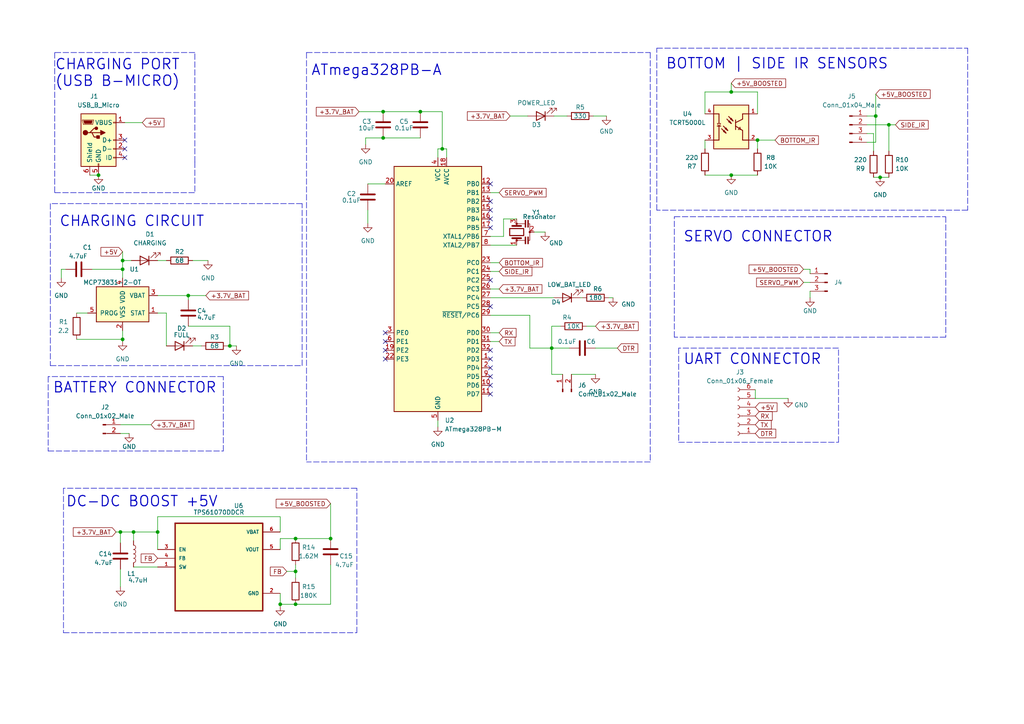
<source format=kicad_sch>
(kicad_sch (version 20211123) (generator eeschema)
  (paper "A4")
  (title_block (title "SMART TAP") (date "2022-02-18") (rev "1") (company "MO") (comment 1 "ATMEGA328PB-MU CONTROLLER"))
  (lib_symbols
    (symbol "Battery_Management:MCP73831-2-OT" (pin_names (offset 1.016))
      (property "Reference" "U" (at -7.62 6.35 0))
      (property "Value" "MCP73831-2-OT" (at 1.27 6.35 0))
      (symbol "MCP73831-2-OT_0_1"
        (rectangle (start -7.62 5.08) (end 7.62 -5.08) (stroke (width 0.254)) (fill (type background)))
      )
      (symbol "MCP73831-2-OT_1_1"
        (pin output line (at 10.16 -2.54 180) (length 2.54) (name "STAT") (number "1"))
        (pin power_in line (at 0 -7.62 90) (length 2.54) (name "VSS") (number "2"))
        (pin power_out line (at 10.16 2.54 180) (length 2.54) (name "VBAT") (number "3"))
        (pin power_in line (at 0 7.62 270) (length 2.54) (name "VDD") (number "4"))
        (pin input line (at -10.16 -2.54 0) (length 2.54) (name "PROG") (number "5"))
      )
    )
    (symbol "Connector:Conn_01x02_Male" (pin_names (offset 1.016) hide)
      (property "Reference" "J" (at 0 2.54 0))
      (property "Value" "Conn_01x02_Male" (at 0 -5.08 0))
      (symbol "Conn_01x02_Male_1_1"
        (polyline (pts (xy 1.27 -2.54) (xy 0.8636 -2.54)) (stroke (width 0.1524)))
        (polyline (pts (xy 1.27 0) (xy 0.8636 0)) (stroke (width 0.1524)))
        (rectangle (start 0.8636 -2.413) (end 0 -2.667) (stroke (width 0.1524)) (fill (type outline)))
        (rectangle (start 0.8636 0.127) (end 0 -0.127) (stroke (width 0.1524)) (fill (type outline)))
        (pin passive line (at 5.08 0 180) (length 3.81) (name "Pin_1") (number "1"))
        (pin passive line (at 5.08 -2.54 180) (length 3.81) (name "Pin_2") (number "2"))
      )
    )
    (symbol "Connector:Conn_01x03_Male" (pin_names (offset 1.016) hide)
      (property "Reference" "J" (at 0 5.08 0))
      (property "Value" "Conn_01x03_Male" (at 0 -5.08 0))
      (symbol "Conn_01x03_Male_1_1"
        (polyline (pts (xy 1.27 -2.54) (xy 0.8636 -2.54)) (stroke (width 0.1524)))
        (polyline (pts (xy 1.27 0) (xy 0.8636 0)) (stroke (width 0.1524)))
        (polyline (pts (xy 1.27 2.54) (xy 0.8636 2.54)) (stroke (width 0.1524)))
        (rectangle (start 0.8636 -2.413) (end 0 -2.667) (stroke (width 0.1524)) (fill (type outline)))
        (rectangle (start 0.8636 0.127) (end 0 -0.127) (stroke (width 0.1524)) (fill (type outline)))
        (rectangle (start 0.8636 2.667) (end 0 2.413) (stroke (width 0.1524)) (fill (type outline)))
        (pin passive line (at 5.08 2.54 180) (length 3.81) (name "Pin_1") (number "1"))
        (pin passive line (at 5.08 0 180) (length 3.81) (name "Pin_2") (number "2"))
        (pin passive line (at 5.08 -2.54 180) (length 3.81) (name "Pin_3") (number "3"))
      )
    )
    (symbol "Connector:Conn_01x04_Male" (pin_names (offset 1.016) hide)
      (property "Reference" "J" (at 0 5.08 0))
      (property "Value" "Conn_01x04_Male" (at 0 -7.62 0))
      (symbol "Conn_01x04_Male_1_1"
        (polyline (pts (xy 1.27 -5.08) (xy 0.8636 -5.08)) (stroke (width 0.1524)))
        (polyline (pts (xy 1.27 -2.54) (xy 0.8636 -2.54)) (stroke (width 0.1524)))
        (polyline (pts (xy 1.27 0) (xy 0.8636 0)) (stroke (width 0.1524)))
        (polyline (pts (xy 1.27 2.54) (xy 0.8636 2.54)) (stroke (width 0.1524)))
        (rectangle (start 0.8636 -4.953) (end 0 -5.207) (stroke (width 0.1524)) (fill (type outline)))
        (rectangle (start 0.8636 -2.413) (end 0 -2.667) (stroke (width 0.1524)) (fill (type outline)))
        (rectangle (start 0.8636 0.127) (end 0 -0.127) (stroke (width 0.1524)) (fill (type outline)))
        (rectangle (start 0.8636 2.667) (end 0 2.413) (stroke (width 0.1524)) (fill (type outline)))
        (pin passive line (at 5.08 2.54 180) (length 3.81) (name "Pin_1") (number "1"))
        (pin passive line (at 5.08 0 180) (length 3.81) (name "Pin_2") (number "2"))
        (pin passive line (at 5.08 -2.54 180) (length 3.81) (name "Pin_3") (number "3"))
        (pin passive line (at 5.08 -5.08 180) (length 3.81) (name "Pin_4") (number "4"))
      )
    )
    (symbol "Connector:Conn_01x06_Female" (pin_names (offset 1.016) hide)
      (property "Reference" "J" (at 0 7.62 0))
      (property "Value" "Conn_01x06_Female" (at 0 -10.16 0))
      (symbol "Conn_01x06_Female_1_1"
        (arc (start 0 -7.112) (mid -0.508 -7.62) (end 0 -8.128) (stroke (width 0.1524)))
        (arc (start 0 -4.572) (mid -0.508 -5.08) (end 0 -5.588) (stroke (width 0.1524)))
        (arc (start 0 -2.032) (mid -0.508 -2.54) (end 0 -3.048) (stroke (width 0.1524)))
        (polyline (pts (xy -1.27 -7.62) (xy -0.508 -7.62)) (stroke (width 0.1524)))
        (polyline (pts (xy -1.27 -5.08) (xy -0.508 -5.08)) (stroke (width 0.1524)))
        (polyline (pts (xy -1.27 -2.54) (xy -0.508 -2.54)) (stroke (width 0.1524)))
        (polyline (pts (xy -1.27 0) (xy -0.508 0)) (stroke (width 0.1524)))
        (polyline (pts (xy -1.27 2.54) (xy -0.508 2.54)) (stroke (width 0.1524)))
        (polyline (pts (xy -1.27 5.08) (xy -0.508 5.08)) (stroke (width 0.1524)))
        (arc (start 0 0.508) (mid -0.508 0) (end 0 -0.508) (stroke (width 0.1524)))
        (arc (start 0 3.048) (mid -0.508 2.54) (end 0 2.032) (stroke (width 0.1524)))
        (arc (start 0 5.588) (mid -0.508 5.08) (end 0 4.572) (stroke (width 0.1524)))
        (pin passive line (at -5.08 5.08 0) (length 3.81) (name "Pin_1") (number "1"))
        (pin passive line (at -5.08 2.54 0) (length 3.81) (name "Pin_2") (number "2"))
        (pin passive line (at -5.08 0 0) (length 3.81) (name "Pin_3") (number "3"))
        (pin passive line (at -5.08 -2.54 0) (length 3.81) (name "Pin_4") (number "4"))
        (pin passive line (at -5.08 -5.08 0) (length 3.81) (name "Pin_5") (number "5"))
        (pin passive line (at -5.08 -7.62 0) (length 3.81) (name "Pin_6") (number "6"))
      )
    )
    (symbol "Connector:USB_B_Micro" (pin_names (offset 1.016))
      (property "Reference" "J" (at -5.08 11.43 0))
      (property "Value" "USB_B_Micro" (at -5.08 8.89 0))
      (symbol "USB_B_Micro_0_1"
        (rectangle (start -5.08 -7.62) (end 5.08 7.62) (stroke (width 0.254)) (fill (type background)))
        (circle (center -3.81 2.159) (radius 0.635) (stroke (width 0.254)) (fill (type outline)))
        (circle (center -0.635 3.429) (radius 0.381) (stroke (width 0.254)) (fill (type outline)))
        (rectangle (start -0.127 -7.62) (end 0.127 -6.858))
        (polyline (pts (xy -1.905 2.159) (xy 0.635 2.159)) (stroke (width 0.254)))
        (polyline (pts (xy -3.175 2.159) (xy -2.54 2.159) (xy -1.27 3.429) (xy -0.635 3.429)) (stroke (width 0.254)))
        (polyline (pts (xy -2.54 2.159) (xy -1.905 2.159) (xy -1.27 0.889) (xy 0 0.889)) (stroke (width 0.254)))
        (polyline (pts (xy 0.635 2.794) (xy 0.635 1.524) (xy 1.905 2.159) (xy 0.635 2.794)) (stroke (width 0.254)) (fill (type outline)))
        (polyline (pts (xy -4.318 5.588) (xy -1.778 5.588) (xy -2.032 4.826) (xy -4.064 4.826) (xy -4.318 5.588)) (fill (type outline)))
        (polyline (pts (xy -4.699 5.842) (xy -4.699 5.588) (xy -4.445 4.826) (xy -4.445 4.572) (xy -1.651 4.572) (xy -1.651 4.826) (xy -1.397 5.588) (xy -1.397 5.842) (xy -4.699 5.842)))
        (rectangle (start 0.254 1.27) (end -0.508 0.508) (stroke (width 0.254)) (fill (type outline)))
        (rectangle (start 5.08 -5.207) (end 4.318 -4.953))
        (rectangle (start 5.08 -2.667) (end 4.318 -2.413))
        (rectangle (start 5.08 -0.127) (end 4.318 0.127))
        (rectangle (start 5.08 4.953) (end 4.318 5.207))
      )
      (symbol "USB_B_Micro_1_1"
        (pin power_out line (at 7.62 5.08 180) (length 2.54) (name "VBUS") (number "1"))
        (pin bidirectional line (at 7.62 -2.54 180) (length 2.54) (name "D-") (number "2"))
        (pin bidirectional line (at 7.62 0 180) (length 2.54) (name "D+") (number "3"))
        (pin passive line (at 7.62 -5.08 180) (length 2.54) (name "ID") (number "4"))
        (pin power_out line (at 0 -10.16 90) (length 2.54) (name "GND") (number "5"))
        (pin passive line (at -2.54 -10.16 90) (length 2.54) (name "Shield") (number "6"))
      )
    )
    (symbol "Device:C" (pin_numbers hide) (pin_names (offset 0.254))
      (property "Reference" "C" (at 0.635 2.54 0))
      (property "Value" "C" (at 0.635 -2.54 0))
      (symbol "C_0_1"
        (polyline (pts (xy -2.032 -0.762) (xy 2.032 -0.762)) (stroke (width 0.508)))
        (polyline (pts (xy -2.032 0.762) (xy 2.032 0.762)) (stroke (width 0.508)))
      )
      (symbol "C_1_1"
        (pin passive line (at 0 3.81 270) (length 2.794) (name "~") (number "1"))
        (pin passive line (at 0 -3.81 90) (length 2.794) (name "~") (number "2"))
      )
    )
    (symbol "Device:L" (pin_numbers hide) (pin_names (offset 1.016) hide)
      (property "Reference" "L" (at -1.27 0 90))
      (property "Value" "L" (at 1.905 0 90))
      (symbol "L_0_1"
        (arc (start 0 -2.54) (mid 0.635 -1.905) (end 0 -1.27))
        (arc (start 0 -1.27) (mid 0.635 -0.635) (end 0 0))
        (arc (start 0 0) (mid 0.635 0.635) (end 0 1.27))
        (arc (start 0 1.27) (mid 0.635 1.905) (end 0 2.54))
      )
      (symbol "L_1_1"
        (pin passive line (at 0 3.81 270) (length 1.27) (name "1") (number "1"))
        (pin passive line (at 0 -3.81 90) (length 1.27) (name "2") (number "2"))
      )
    )
    (symbol "Device:LED" (pin_numbers hide) (pin_names (offset 1.016) hide)
      (property "Reference" "D" (at 0 2.54 0))
      (property "Value" "LED" (at 0 -2.54 0))
      (symbol "LED_0_1"
        (polyline (pts (xy -1.27 -1.27) (xy -1.27 1.27)) (stroke (width 0.254)))
        (polyline (pts (xy -1.27 0) (xy 1.27 0)))
        (polyline (pts (xy 1.27 -1.27) (xy 1.27 1.27) (xy -1.27 0) (xy 1.27 -1.27)) (stroke (width 0.254)))
        (polyline (pts (xy -3.048 -0.762) (xy -4.572 -2.286) (xy -3.81 -2.286) (xy -4.572 -2.286) (xy -4.572 -1.524)))
        (polyline (pts (xy -1.778 -0.762) (xy -3.302 -2.286) (xy -2.54 -2.286) (xy -3.302 -2.286) (xy -3.302 -1.524)))
      )
      (symbol "LED_1_1"
        (pin passive line (at -3.81 0 0) (length 2.54) (name "K") (number "1"))
        (pin passive line (at 3.81 0 180) (length 2.54) (name "A") (number "2"))
      )
    )
    (symbol "Device:R" (pin_numbers hide) (pin_names (offset 0))
      (property "Reference" "R" (at 2.032 0 90))
      (property "Value" "R" (at 0 0 90))
      (symbol "R_0_1"
        (rectangle (start -1.016 -2.54) (end 1.016 2.54) (stroke (width 0.254)))
      )
      (symbol "R_1_1"
        (pin passive line (at 0 3.81 270) (length 1.27) (name "~") (number "1"))
        (pin passive line (at 0 -3.81 90) (length 1.27) (name "~") (number "2"))
      )
    )
    (symbol "Device:Resonator" (pin_names (offset 1.016) hide)
      (property "Reference" "Y" (at 0 5.715 0))
      (property "Value" "Resonator" (at 0 3.81 0))
      (symbol "Resonator_0_1"
        (rectangle (start -3.429 -3.175) (end -1.397 -3.429) (fill (type outline)))
        (rectangle (start -3.429 -2.413) (end -1.397 -2.667) (fill (type outline)))
        (circle (center -2.413 0) (radius 0.254) (fill (type outline)))
        (rectangle (start -1.016 2.032) (end 1.016 -2.032) (stroke (width 0.3048)))
        (circle (center 0 -3.81) (radius 0.254) (fill (type outline)))
        (polyline (pts (xy -2.413 -2.413) (xy -2.413 0)))
        (polyline (pts (xy -1.905 0) (xy -3.175 0)))
        (polyline (pts (xy -1.778 -1.27) (xy -1.778 1.27)) (stroke (width 0.508)))
        (polyline (pts (xy 1.778 -1.27) (xy 1.778 1.27)) (stroke (width 0.508)))
        (polyline (pts (xy 1.905 0) (xy 2.54 0)))
        (polyline (pts (xy 2.413 0) (xy 2.413 -2.54)))
        (polyline (pts (xy 2.413 -3.302) (xy 2.413 -3.81) (xy -2.413 -3.81) (xy -2.413 -3.302)))
        (rectangle (start 1.397 -3.175) (end 3.429 -3.429) (fill (type outline)))
        (rectangle (start 1.397 -2.413) (end 3.429 -2.667) (fill (type outline)))
        (circle (center 2.413 0) (radius 0.254) (fill (type outline)))
      )
      (symbol "Resonator_1_1"
        (pin passive line (at -3.81 0 0) (length 1.27) (name "1") (number "1"))
        (pin passive line (at 0 -5.08 90) (length 1.27) (name "2") (number "2"))
        (pin passive line (at 3.81 0 180) (length 1.27) (name "3") (number "3"))
      )
    )
    (symbol "MCU_Microchip_ATmega:ATmega328PB-M"
      (property "Reference" "U" (at -12.7 36.83 0))
      (property "Value" "ATmega328PB-M" (at 2.54 -36.83 0))
      (symbol "ATmega328PB-M_0_1"
        (rectangle (start -12.7 -35.56) (end 12.7 35.56) (stroke (width 0.254)) (fill (type background)))
      )
      (symbol "ATmega328PB-M_1_1"
        (pin bidirectional line (at 15.24 -20.32 180) (length 2.54) (name "PD3") (number "1"))
        (pin bidirectional line (at 15.24 -27.94 180) (length 2.54) (name "PD6") (number "10"))
        (pin bidirectional line (at 15.24 -30.48 180) (length 2.54) (name "PD7") (number "11"))
        (pin bidirectional line (at 15.24 30.48 180) (length 2.54) (name "PB0") (number "12"))
        (pin bidirectional line (at 15.24 27.94 180) (length 2.54) (name "PB1") (number "13"))
        (pin bidirectional line (at 15.24 25.4 180) (length 2.54) (name "PB2") (number "14"))
        (pin bidirectional line (at 15.24 22.86 180) (length 2.54) (name "PB3") (number "15"))
        (pin bidirectional line (at 15.24 20.32 180) (length 2.54) (name "PB4") (number "16"))
        (pin bidirectional line (at 15.24 17.78 180) (length 2.54) (name "PB5") (number "17"))
        (pin power_in line (at 2.54 38.1 270) (length 2.54) (name "AVCC") (number "18"))
        (pin bidirectional line (at -15.24 -17.78 0) (length 2.54) (name "PE2") (number "19"))
        (pin bidirectional line (at 15.24 -22.86 180) (length 2.54) (name "PD4") (number "2"))
        (pin passive line (at -15.24 30.48 0) (length 2.54) (name "AREF") (number "20"))
        (pin passive line (at 0 -38.1 90) (length 2.54) hide (name "GND") (number "21"))
        (pin bidirectional line (at -15.24 -20.32 0) (length 2.54) (name "PE3") (number "22"))
        (pin bidirectional line (at 15.24 7.62 180) (length 2.54) (name "PC0") (number "23"))
        (pin bidirectional line (at 15.24 5.08 180) (length 2.54) (name "PC1") (number "24"))
        (pin bidirectional line (at 15.24 2.54 180) (length 2.54) (name "PC2") (number "25"))
        (pin bidirectional line (at 15.24 0 180) (length 2.54) (name "PC3") (number "26"))
        (pin bidirectional line (at 15.24 -2.54 180) (length 2.54) (name "PC4") (number "27"))
        (pin bidirectional line (at 15.24 -5.08 180) (length 2.54) (name "PC5") (number "28"))
        (pin bidirectional line (at 15.24 -7.62 180) (length 2.54) (name "~{RESET}/PC6") (number "29"))
        (pin bidirectional line (at -15.24 -12.7 0) (length 2.54) (name "PE0") (number "3"))
        (pin bidirectional line (at 15.24 -12.7 180) (length 2.54) (name "PD0") (number "30"))
        (pin bidirectional line (at 15.24 -15.24 180) (length 2.54) (name "PD1") (number "31"))
        (pin bidirectional line (at 15.24 -17.78 180) (length 2.54) (name "PD2") (number "32"))
        (pin passive line (at 0 -38.1 90) (length 2.54) hide (name "GND") (number "33"))
        (pin power_in line (at 0 38.1 270) (length 2.54) (name "VCC") (number "4"))
        (pin power_in line (at 0 -38.1 90) (length 2.54) (name "GND") (number "5"))
        (pin bidirectional line (at -15.24 -15.24 0) (length 2.54) (name "PE1") (number "6"))
        (pin bidirectional line (at 15.24 15.24 180) (length 2.54) (name "XTAL1/PB6") (number "7"))
        (pin bidirectional line (at 15.24 12.7 180) (length 2.54) (name "XTAL2/PB7") (number "8"))
        (pin bidirectional line (at 15.24 -25.4 180) (length 2.54) (name "PD5") (number "9"))
      )
    )
    (symbol "TCRT5000L:TCRT5000L" (pin_names (offset 1.016) hide)
      (property "Reference" "U" (at -5.1054 5.6134 0))
      (property "Value" "TCRT5000L" (at -5.1054 -10.1854 0))
      (symbol "TCRT5000L_0_0"
        (rectangle (start -5.08 -7.62) (end 5.08 5.08) (stroke (width 0.254)) (fill (type background)))
        (polyline (pts (xy -4.064 -1.016) (xy -3.556 -1.016)) (stroke (width 0.254)))
        (polyline (pts (xy -3.556 -5.08) (xy -5.08 -5.08)) (stroke (width 0.254)))
        (polyline (pts (xy -3.556 -1.016) (xy -3.556 -5.08)) (stroke (width 0.254)))
        (polyline (pts (xy -3.556 -1.016) (xy -3.048 -1.016)) (stroke (width 0.254)))
        (polyline (pts (xy -3.556 2.54) (xy -5.08 2.54)) (stroke (width 0.254)))
        (polyline (pts (xy -3.556 2.54) (xy -3.556 -0.254)) (stroke (width 0.254)))
        (polyline (pts (xy -2.794 -1.778) (xy -1.524 -3.048)) (stroke (width 0.254)))
        (polyline (pts (xy -2.286 -1.016) (xy -1.016 -2.286)) (stroke (width 0.254)))
        (polyline (pts (xy -1.524 -3.048) (xy -2.286 -2.54)) (stroke (width 0.254)))
        (polyline (pts (xy -1.524 -3.048) (xy -2.032 -2.286)) (stroke (width 0.254)))
        (polyline (pts (xy -1.27 1.016) (xy 0 -0.254)) (stroke (width 0.254)))
        (polyline (pts (xy -1.016 -2.286) (xy -1.778 -1.778)) (stroke (width 0.254)))
        (polyline (pts (xy -1.016 -2.286) (xy -1.524 -1.524)) (stroke (width 0.254)))
        (polyline (pts (xy -0.762 1.778) (xy 0.508 0.508)) (stroke (width 0.254)))
        (polyline (pts (xy 0 -0.254) (xy -0.762 0.254)) (stroke (width 0.254)))
        (polyline (pts (xy 0 -0.254) (xy -0.508 0.508)) (stroke (width 0.254)))
        (polyline (pts (xy 0.508 0.508) (xy -0.254 1.016)) (stroke (width 0.254)))
        (polyline (pts (xy 0.508 0.508) (xy 0 1.27)) (stroke (width 0.254)))
        (polyline (pts (xy 1.27 -1.016) (xy 1.27 -2.032)) (stroke (width 0.254)))
        (polyline (pts (xy 1.27 -1.016) (xy 3.302 -2.286)) (stroke (width 0.254)))
        (polyline (pts (xy 1.27 0) (xy 1.27 -1.016)) (stroke (width 0.254)))
        (polyline (pts (xy 1.27 0) (xy 1.27 0.762)) (stroke (width 0.254)))
        (polyline (pts (xy 3.302 -5.08) (xy 5.08 -5.08)) (stroke (width 0.254)))
        (polyline (pts (xy 3.302 -2.286) (xy 3.302 -5.08)) (stroke (width 0.254)))
        (polyline (pts (xy 3.302 1.016) (xy 1.27 0)) (stroke (width 0.254)))
        (polyline (pts (xy 3.302 2.54) (xy 3.302 1.016)) (stroke (width 0.254)))
        (polyline (pts (xy 3.302 2.54) (xy 5.08 2.54)) (stroke (width 0.254)))
        (polyline (pts (xy -3.556 -1.016) (xy -4.064 -0.254) (xy -3.048 -0.254) (xy -3.556 -1.016)) (stroke (width 0.1524)) (fill (type background)))
        (polyline (pts (xy 2.032 -2.032) (xy 2.54 -1.27) (xy 2.794 -2.032) (xy 2.032 -2.032)) (stroke (width 0.1524)) (fill (type background)))
        (pin passive line (at 7.62 2.54 180) (length 2.54) (name "~") (number "1"))
        (pin passive line (at 7.62 -5.08 180) (length 2.54) (name "~") (number "2"))
        (pin passive line (at -7.62 -5.08 0) (length 2.54) (name "~") (number "3"))
        (pin passive line (at -7.62 2.54 0) (length 2.54) (name "~") (number "4"))
      )
    )
    (symbol "TPS61070DDCR:TPS61070DDCR" (pin_names (offset 1.016))
      (property "Reference" "U" (at -12.7 13.6906 0))
      (property "Value" "TPS61070DDCR" (at -12.7 -16.6878 0))
      (symbol "TPS61070DDCR_0_0"
        (rectangle (start -12.7 -12.7) (end 12.7 12.7) (stroke (width 0.4064)) (fill (type background)))
        (pin input line (at -17.78 0 0) (length 5.08) (name "SW") (number "1"))
        (pin power_in line (at 17.78 -7.62 180) (length 5.08) (name "GND") (number "2"))
        (pin input line (at -17.78 5.08 0) (length 5.08) (name "EN") (number "3"))
        (pin input line (at -17.78 2.54 0) (length 5.08) (name "FB") (number "4"))
        (pin output line (at 17.78 5.08 180) (length 5.08) (name "VOUT") (number "5"))
        (pin power_in line (at 17.78 10.16 180) (length 5.08) (name "VBAT") (number "6"))
      )
    )
    (symbol "power:GND" (power) (pin_names (offset 0))
      (property "Value" "GND" (at 0 -3.81 0))
      (symbol "GND_0_1"
        (polyline (pts (xy 0 0) (xy 0 -1.27) (xy 1.27 -1.27) (xy 0 -2.54) (xy -1.27 -1.27) (xy 0 -1.27)))
      )
      (symbol "GND_1_1"
        (pin power_in line (at 0 0 270) (length 0) hide (name "GND") (number "1"))
      )
    )
  )
  (junction (at 121.92 32.385))
  (junction (at 38.735 154.305))
  (junction (at 254 33.655))
  (junction (at 212.09 26.67))
  (junction (at 128.27 43.18))
  (junction (at 28.575 50.8))
  (junction (at 111.125 40.005))
  (junction (at 212.09 50.8))
  (junction (at 54.61 85.725))
  (junction (at 257.81 36.195))
  (junction (at 35.56 78.105))
  (junction (at 85.725 156.21))
  (junction (at 85.725 165.735))
  (junction (at 35.56 98.425))
  (junction (at 160.02 100.965))
  (junction (at 85.725 175.26))
  (junction (at 111.125 32.385))
  (junction (at 34.925 154.305))
  (junction (at 81.28 175.26))
  (junction (at 255.27 51.435))
  (junction (at 95.885 156.21))
  (junction (at 219.71 40.64))
  (junction (at 66.675 100.33))
  (junction (at 45.72 154.305))
  (junction (at 35.56 75.565))
  (no_connect (at 142.24 109.22))
  (no_connect (at 142.24 63.5))
  (no_connect (at 142.24 60.96))
  (no_connect (at 142.24 58.42))
  (no_connect (at 142.24 53.34))
  (no_connect (at 142.24 114.3))
  (no_connect (at 142.24 81.28))
  (no_connect (at 142.24 88.9))
  (no_connect (at 111.76 104.14))
  (no_connect (at 142.24 101.6))
  (no_connect (at 142.24 104.14))
  (no_connect (at 142.24 106.68))
  (no_connect (at 142.24 111.76))
  (no_connect (at 111.76 101.6))
  (no_connect (at 111.76 99.06))
  (no_connect (at 111.76 96.52))
  (no_connect (at 36.195 45.72))
  (no_connect (at 36.195 43.18))
  (no_connect (at 36.195 40.64))
  (no_connect (at 142.24 66.04))
  (polyline (pts (xy 15.875 55.88) (xy 56.515 55.88)))
  (polyline (pts (xy 88.9 15.24) (xy 188.595 15.24)))
  (wire (pts (xy 48.26 90.805) (xy 48.26 100.33)))
  (wire (pts (xy 170.18 94.615) (xy 172.72 94.615)))
  (wire (pts (xy 34.925 125.73) (xy 37.465 125.73)))
  (wire (pts (xy 81.28 172.085) (xy 81.28 175.26)))
  (wire (pts (xy 153.67 100.965) (xy 160.02 100.965)))
  (polyline (pts (xy 15.875 15.24) (xy 15.875 55.88)))
  (polyline (pts (xy 190.5 13.97) (xy 280.67 13.97)))
  (wire (pts (xy 160.02 100.965) (xy 160.02 108.585)))
  (polyline (pts (xy 64.77 130.81) (xy 64.77 109.22)))
  (wire (pts (xy 160.02 94.615) (xy 160.02 100.965)))
  (polyline (pts (xy 103.505 183.515) (xy 103.505 141.605)))
  (wire (pts (xy 45.72 154.305) (xy 45.72 149.86)))
  (wire (pts (xy 35.56 73.025) (xy 35.56 75.565)))
  (wire (pts (xy 254 33.655) (xy 251.46 33.655)))
  (polyline (pts (xy 64.77 109.22) (xy 13.97 109.22)))
  (polyline (pts (xy 196.85 128.27) (xy 243.205 128.27)))
  (wire (pts (xy 22.225 90.805) (xy 25.4 90.805)))
  (wire (pts (xy 35.56 75.565) (xy 38.1 75.565)))
  (wire (pts (xy 17.78 78.105) (xy 19.05 78.105)))
  (wire (pts (xy 104.14 32.385) (xy 111.125 32.385)))
  (wire (pts (xy 142.24 78.74) (xy 144.78 78.74)))
  (wire (pts (xy 121.92 32.385) (xy 128.27 32.385)))
  (wire (pts (xy 142.24 68.58) (xy 146.05 68.58)))
  (polyline (pts (xy 56.515 15.24) (xy 15.875 15.24)))
  (wire (pts (xy 36.195 35.56) (xy 41.275 35.56)))
  (wire (pts (xy 257.81 36.195) (xy 257.81 43.815)))
  (wire (pts (xy 219.075 113.03) (xy 219.075 115.57)))
  (wire (pts (xy 165.735 108.585) (xy 172.72 108.585)))
  (wire (pts (xy 168.275 86.36) (xy 168.91 86.36)))
  (wire (pts (xy 111.125 40.005) (xy 121.92 40.005)))
  (wire (pts (xy 111.125 32.385) (xy 121.92 32.385)))
  (polyline (pts (xy 280.67 13.97) (xy 280.67 60.96)))
  (wire (pts (xy 35.56 75.565) (xy 35.56 78.105)))
  (wire (pts (xy 17.78 80.645) (xy 17.78 78.105)))
  (wire (pts (xy 55.88 75.565) (xy 60.325 75.565)))
  (wire (pts (xy 38.735 154.305) (xy 45.72 154.305)))
  (wire (pts (xy 81.28 149.86) (xy 81.28 154.305)))
  (wire (pts (xy 38.735 164.465) (xy 45.72 164.465)))
  (wire (pts (xy 234.95 84.455) (xy 234.95 86.36)))
  (polyline (pts (xy 280.67 60.96) (xy 190.5 60.96)))
  (polyline (pts (xy 87.63 106.045) (xy 87.63 59.055)))
  (wire (pts (xy 54.61 94.615) (xy 66.675 94.615)))
  (polyline (pts (xy 243.205 128.27) (xy 243.205 100.965)))
  (wire (pts (xy 162.56 94.615) (xy 160.02 94.615)))
  (wire (pts (xy 212.09 26.67) (xy 219.71 26.67)))
  (wire (pts (xy 176.53 86.36) (xy 177.8 86.36)))
  (wire (pts (xy 34.925 165.1) (xy 34.925 170.18)))
  (wire (pts (xy 172.085 33.655) (xy 175.895 33.655)))
  (polyline (pts (xy 18.415 183.515) (xy 103.505 183.515)))
  (wire (pts (xy 127 43.18) (xy 127 45.72)))
  (wire (pts (xy 142.24 91.44) (xy 153.67 91.44)))
  (wire (pts (xy 45.72 149.86) (xy 81.28 149.86)))
  (polyline (pts (xy 103.505 141.605) (xy 18.415 141.605)))
  (wire (pts (xy 233.045 81.915) (xy 234.95 81.915)))
  (wire (pts (xy 54.61 85.725) (xy 59.69 85.725)))
  (wire (pts (xy 144.78 99.06) (xy 142.24 99.06)))
  (wire (pts (xy 146.05 63.5) (xy 149.86 63.5)))
  (wire (pts (xy 160.655 33.655) (xy 164.465 33.655)))
  (wire (pts (xy 144.78 96.52) (xy 142.24 96.52)))
  (wire (pts (xy 253.365 38.735) (xy 251.46 38.735)))
  (wire (pts (xy 219.71 40.64) (xy 219.71 43.18)))
  (wire (pts (xy 45.72 75.565) (xy 48.26 75.565)))
  (wire (pts (xy 34.925 123.19) (xy 43.815 123.19)))
  (wire (pts (xy 212.09 50.8) (xy 219.71 50.8)))
  (wire (pts (xy 234.95 78.105) (xy 234.95 79.375)))
  (wire (pts (xy 81.28 175.26) (xy 81.28 175.895)))
  (wire (pts (xy 142.24 76.2) (xy 144.78 76.2)))
  (wire (pts (xy 253.365 38.735) (xy 253.365 43.815)))
  (wire (pts (xy 83.185 165.735) (xy 85.725 165.735)))
  (polyline (pts (xy 13.97 109.22) (xy 13.97 130.81)))
  (polyline (pts (xy 14.605 106.045) (xy 87.63 106.045)))
  (wire (pts (xy 81.28 175.26) (xy 85.725 175.26)))
  (wire (pts (xy 95.885 146.05) (xy 95.885 156.21)))
  (wire (pts (xy 95.885 163.83) (xy 95.885 175.26)))
  (wire (pts (xy 142.24 86.36) (xy 160.655 86.36)))
  (wire (pts (xy 251.46 41.275) (xy 254 41.275)))
  (wire (pts (xy 106.045 40.005) (xy 111.125 40.005)))
  (wire (pts (xy 22.225 98.425) (xy 35.56 98.425)))
  (wire (pts (xy 106.045 41.91) (xy 106.045 40.005)))
  (wire (pts (xy 34.925 157.48) (xy 34.925 154.305)))
  (wire (pts (xy 106.68 60.96) (xy 106.68 64.77)))
  (wire (pts (xy 127 121.92) (xy 127 123.825)))
  (polyline (pts (xy 88.9 15.24) (xy 88.9 133.985)))
  (wire (pts (xy 147.955 33.655) (xy 153.035 33.655)))
  (wire (pts (xy 146.05 68.58) (xy 146.05 63.5)))
  (wire (pts (xy 26.035 50.8) (xy 28.575 50.8)))
  (wire (pts (xy 66.675 94.615) (xy 66.675 100.33)))
  (polyline (pts (xy 190.5 60.96) (xy 190.5 13.97)))
  (wire (pts (xy 204.47 26.67) (xy 212.09 26.67)))
  (wire (pts (xy 257.81 36.195) (xy 259.715 36.195)))
  (wire (pts (xy 34.925 154.305) (xy 38.735 154.305)))
  (wire (pts (xy 233.045 78.105) (xy 234.95 78.105)))
  (polyline (pts (xy 87.63 59.055) (xy 14.605 59.055)))
  (wire (pts (xy 219.71 26.67) (xy 219.71 33.02)))
  (polyline (pts (xy 195.58 62.865) (xy 274.32 62.865)))
  (wire (pts (xy 153.67 91.44) (xy 153.67 100.965)))
  (wire (pts (xy 85.725 163.83) (xy 85.725 165.735)))
  (wire (pts (xy 142.24 71.12) (xy 149.86 71.12)))
  (wire (pts (xy 160.02 100.965) (xy 165.1 100.965)))
  (wire (pts (xy 66.04 100.33) (xy 66.675 100.33)))
  (wire (pts (xy 251.46 36.195) (xy 257.81 36.195)))
  (wire (pts (xy 142.24 55.88) (xy 144.78 55.88)))
  (polyline (pts (xy 274.32 97.79) (xy 195.58 97.79)))
  (wire (pts (xy 55.88 100.33) (xy 58.42 100.33)))
  (polyline (pts (xy 56.515 46.99) (xy 56.515 15.24)))
  (wire (pts (xy 212.09 24.13) (xy 212.09 26.67)))
  (wire (pts (xy 144.78 83.82) (xy 142.24 83.82)))
  (polyline (pts (xy 18.415 141.605) (xy 18.415 183.515)))
  (polyline (pts (xy 243.205 100.965) (xy 196.85 100.965)))
  (wire (pts (xy 38.735 154.305) (xy 38.735 156.845)))
  (wire (pts (xy 219.075 115.57) (xy 228.6 115.57)))
  (polyline (pts (xy 56.515 46.99) (xy 56.515 55.88)))
  (wire (pts (xy 204.47 50.8) (xy 212.09 50.8)))
  (wire (pts (xy 172.72 100.965) (xy 179.07 100.965)))
  (wire (pts (xy 253.365 51.435) (xy 255.27 51.435)))
  (wire (pts (xy 85.725 156.21) (xy 95.885 156.21)))
  (wire (pts (xy 35.56 78.105) (xy 35.56 80.645)))
  (polyline (pts (xy 195.58 97.79) (xy 195.58 62.865)))
  (wire (pts (xy 154.94 67.31) (xy 158.115 67.31)))
  (polyline (pts (xy 196.85 100.965) (xy 196.85 128.27)))
  (wire (pts (xy 254 41.275) (xy 254 33.655)))
  (wire (pts (xy 128.27 43.18) (xy 129.54 43.18)))
  (wire (pts (xy 26.67 78.105) (xy 35.56 78.105)))
  (wire (pts (xy 45.72 159.385) (xy 45.72 154.305)))
  (wire (pts (xy 255.27 51.435) (xy 257.81 51.435)))
  (wire (pts (xy 35.56 98.425) (xy 35.56 99.06)))
  (wire (pts (xy 127 43.18) (xy 128.27 43.18)))
  (wire (pts (xy 81.28 159.385) (xy 81.28 156.21)))
  (wire (pts (xy 106.68 53.34) (xy 111.76 53.34)))
  (wire (pts (xy 95.885 175.26) (xy 85.725 175.26)))
  (wire (pts (xy 129.54 43.18) (xy 129.54 45.72)))
  (wire (pts (xy 81.28 156.21) (xy 85.725 156.21)))
  (wire (pts (xy 54.61 85.725) (xy 54.61 86.995)))
  (wire (pts (xy 204.47 33.02) (xy 204.47 26.67)))
  (wire (pts (xy 204.47 40.64) (xy 204.47 43.18)))
  (wire (pts (xy 45.72 85.725) (xy 54.61 85.725)))
  (wire (pts (xy 219.71 40.64) (xy 224.79 40.64)))
  (wire (pts (xy 254 27.305) (xy 254 33.655)))
  (wire (pts (xy 85.725 165.735) (xy 85.725 167.64)))
  (wire (pts (xy 35.56 95.885) (xy 35.56 98.425)))
  (wire (pts (xy 45.72 90.805) (xy 48.26 90.805)))
  (wire (pts (xy 128.27 32.385) (xy 128.27 43.18)))
  (wire (pts (xy 33.655 154.305) (xy 34.925 154.305)))
  (wire (pts (xy 160.02 108.585) (xy 163.195 108.585)))
  (polyline (pts (xy 14.605 59.055) (xy 14.605 106.045)))
  (wire (pts (xy 66.675 100.33) (xy 68.58 100.33)))
  (polyline (pts (xy 13.97 130.81) (xy 64.77 130.81)))
  (polyline (pts (xy 188.595 15.24) (xy 188.595 133.985)))
  (polyline (pts (xy 274.32 62.865) (xy 274.32 97.79)))
  (polyline (pts (xy 188.595 133.985) (xy 88.9 133.985)))
  (text "SERVO CONNECTOR\n" (at 198.12 70.485 0) (effects (font (size 3 3) (thickness 0.3) bold) (justify left bottom)))
  (text "CHARGING PORT\n(USB B-MICRO)" (at 15.875 25.4 0) (effects (font (size 3 3) (thickness 0.3) bold) (justify left bottom)))
  (text "BOTTOM | SIDE IR SENSORS" (at 193.04 20.32 0) (effects (font (size 3 3) (thickness 0.3) bold) (justify left bottom)))
  (text "DC-DC BOOST +5V" (at 19.05 147.32 0) (effects (font (size 3 3) (thickness 0.3) bold) (justify left bottom)))
  (text "CHARGING CIRCUIT" (at 17.145 66.04 0) (effects (font (size 3 3) (thickness 0.3) bold) (justify left bottom)))
  (text "BATTERY CONNECTOR\n" (at 15.24 114.3 0) (effects (font (size 3 3) (thickness 0.3) bold) (justify left bottom)))
  (text "ATmega328PB-A" (at 90.17 22.225 0) (effects (font (size 3 3) (thickness 0.3) bold) (justify left bottom)))
  (text "UART CONNECTOR" (at 198.12 106.045 0) (effects (font (size 3 3) (thickness 0.3) bold) (justify left bottom)))
  (global_label "RX" (shape input) (at 144.78 96.52 0) (property "Intersheet References" "${INTERSHEET_REFS}" (effects hide)))
  (global_label "SERVO_PWM" (shape input) (at 233.045 81.915 180) (property "Intersheet References" "${INTERSHEET_REFS}" (effects hide)))
  (global_label "RX" (shape input) (at 219.075 120.65 0) (property "Intersheet References" "${INTERSHEET_REFS}" (effects hide)))
  (global_label "FB" (shape input) (at 45.72 161.925 180) (property "Intersheet References" "${INTERSHEET_REFS}" (effects hide)))
  (global_label "+5V" (shape input) (at 41.275 35.56 0) (property "Intersheet References" "${INTERSHEET_REFS}" (effects hide)))
  (global_label "SIDE_IR" (shape input) (at 259.715 36.195 0) (property "Intersheet References" "${INTERSHEET_REFS}" (effects hide)))
  (global_label "+5V_BOOSTED" (shape input) (at 254 27.305 0) (property "Intersheet References" "${INTERSHEET_REFS}" (effects hide)))
  (global_label "+5V_BOOSTED" (shape input) (at 95.885 146.05 180) (property "Intersheet References" "${INTERSHEET_REFS}" (effects hide)))
  (global_label "+3.7V_BAT" (shape input) (at 147.955 33.655 180) (property "Intersheet References" "${INTERSHEET_REFS}" (effects hide)))
  (global_label "DTR" (shape input) (at 179.07 100.965 0) (property "Intersheet References" "${INTERSHEET_REFS}" (effects hide)))
  (global_label "SERVO_PWM" (shape input) (at 144.78 55.88 0) (property "Intersheet References" "${INTERSHEET_REFS}" (effects hide)))
  (global_label "DTR" (shape input) (at 219.075 125.73 0) (property "Intersheet References" "${INTERSHEET_REFS}" (effects hide)))
  (global_label "+5V_BOOSTED" (shape input) (at 233.045 78.105 180) (property "Intersheet References" "${INTERSHEET_REFS}" (effects hide)))
  (global_label "+3.7V_BAT" (shape input) (at 43.815 123.19 0) (property "Intersheet References" "${INTERSHEET_REFS}" (effects hide)))
  (global_label "TX" (shape input) (at 144.78 99.06 0) (property "Intersheet References" "${INTERSHEET_REFS}" (effects hide)))
  (global_label "+3.7V_BAT" (shape input) (at 59.69 85.725 0) (property "Intersheet References" "${INTERSHEET_REFS}" (effects hide)))
  (global_label "+3.7V_BAT" (shape input) (at 33.655 154.305 180) (property "Intersheet References" "${INTERSHEET_REFS}" (effects hide)))
  (global_label "+3.7V_BAT" (shape input) (at 144.78 83.82 0) (property "Intersheet References" "${INTERSHEET_REFS}" (effects hide)))
  (global_label "+5V_BOOSTED" (shape input) (at 212.09 24.13 0) (property "Intersheet References" "${INTERSHEET_REFS}" (effects hide)))
  (global_label "+5V" (shape input) (at 35.56 73.025 180) (property "Intersheet References" "${INTERSHEET_REFS}" (effects hide)))
  (global_label "SIDE_IR" (shape input) (at 144.78 78.74 0) (property "Intersheet References" "${INTERSHEET_REFS}" (effects hide)))
  (global_label "+3.7V_BAT" (shape input) (at 104.14 32.385 180) (property "Intersheet References" "${INTERSHEET_REFS}" (effects hide)))
  (global_label "TX" (shape input) (at 219.075 123.19 0) (property "Intersheet References" "${INTERSHEET_REFS}" (effects hide)))
  (global_label "BOTTOM_IR" (shape input) (at 144.78 76.2 0) (property "Intersheet References" "${INTERSHEET_REFS}" (effects hide)))
  (global_label "BOTTOM_IR" (shape input) (at 224.79 40.64 0) (property "Intersheet References" "${INTERSHEET_REFS}" (effects hide)))
  (global_label "FB" (shape input) (at 83.185 165.735 180) (property "Intersheet References" "${INTERSHEET_REFS}" (effects hide)))
  (global_label "+3.7V_BAT" (shape input) (at 172.72 94.615 0) (property "Intersheet References" "${INTERSHEET_REFS}" (effects hide)))
  (global_label "+5V" (shape input) (at 219.075 118.11 0) (property "Intersheet References" "${INTERSHEET_REFS}" (effects hide)))
  (symbol (lib_id "power:GND") (at 35.56 99.06 0) (unit 1)
    (property "Reference" "#PWR02" (effects hide))
    (property "Value" "GND" (at 35.56 104.14 0))
  )
  (symbol (lib_id "power:GND") (at 234.95 86.36 0) (unit 1)
    (property "Reference" "#PWR015" (effects hide))
    (property "Value" "GND" (at 234.95 90.17 0))
  )
  (symbol (lib_id "Device:R") (at 52.07 75.565 90) (unit 1)
    (property "Reference" "R2" (at 52.07 73.025 90))
    (property "Value" "68" (at 52.07 75.565 90))
    (property "Footprint" "Resistor_SMD:R_0603_1608Metric" (effects hide))
    (property "MANUFACTURER" "UNI-ROYAL(Uniroyal Elec)" (effects hide))
    (property "MPN" "0603WAJ0680T5E" (effects hide))
  )
  (symbol (lib_id "Device:R") (at 166.37 94.615 90) (unit 1)
    (property "Reference" "R4" (at 164.465 92.075 90))
    (property "Value" "10K" (at 166.37 94.615 90))
    (property "Footprint" "Resistor_SMD:R_0603_1608Metric" (effects hide))
    (property "MANUFACTURER" "UNI-ROYAL(Uniroyal Elec)" (effects hide))
    (property "MPN" "0603WAJ0103T5E" (effects hide))
  )
  (symbol (lib_id "Device:R") (at 172.72 86.36 90) (unit 1)
    (property "Reference" "R6" (at 173.355 83.82 90))
    (property "Value" "180" (at 172.72 86.36 90))
    (property "Footprint" "Resistor_SMD:R_0603_1608Metric" (effects hide))
    (property "MANUFACTURER" "UNI-ROYAL(Uniroyal Elec)" (effects hide))
    (property "MPN" "0603WAJ0181T5E" (effects hide))
  )
  (symbol (lib_id "power:GND") (at 68.58 100.33 0) (unit 1)
    (property "Reference" "#PWR06" (effects hide))
    (property "Value" "GND" (at 68.58 105.41 0))
  )
  (symbol (lib_id "power:GND") (at 177.8 86.36 0) (unit 1)
    (property "Reference" "#PWR08" (effects hide))
    (property "Value" "GND" (at 182.245 88.265 0))
  )
  (symbol (lib_id "Connector:Conn_01x06_Female") (at 213.995 120.65 180) (unit 1)
    (property "Reference" "J3" (at 214.63 107.95 0))
    (property "Value" "Conn_01x06_Female" (at 214.63 110.49 0))
    (property "Footprint" "Connector_PinHeader_2.54mm:PinHeader_1x06_P2.54mm_Vertical" (effects hide))
    (property "MANUFACTURER" "	Ckmtw(Shenzhen Cankemeng)" (effects hide))
    (property "MPN" "B-2200S06P-A120" (effects hide))
  )
  (symbol (lib_id "power:GND") (at 158.115 67.31 0) (mirror y) (unit 1)
    (property "Reference" "#PWR0103" (effects hide))
    (property "Value" "GND" (at 161.29 70.485 0))
  )
  (symbol (lib_id "Connector:Conn_01x02_Male") (at 163.195 113.665 90) (unit 1)
    (property "Reference" "J6" (at 167.64 111.7599 90) (effects (justify right)))
    (property "Value" "Conn_01x02_Male" (at 167.64 114.2999 90) (effects (justify right)))
    (property "Footprint" "Connector_PinHeader_2.54mm:PinHeader_1x02_P2.54mm_Vertical" (effects hide))
  )
  (symbol (lib_id "Device:R") (at 85.725 171.45 0) (unit 1)
    (property "Reference" "R15" (at 89.535 170.18 0))
    (property "Value" "180K" (at 89.535 172.72 0))
    (property "Footprint" "Resistor_SMD:R_0603_1608Metric" (effects hide))
    (property "MANUFACTURER" "UNI-ROYAL(Uniroyal Elec)" (effects hide))
    (property "MPN" "0603WAF1803T5E" (effects hide))
  )
  (symbol (lib_id "TPS61070DDCR:TPS61070DDCR") (at 63.5 164.465 0) (unit 1)
    (property "Reference" "U6" (at 69.215 146.685 0))
    (property "Value" "TPS61070DDCR" (at 63.5 148.59 0))
    (property "Footprint" "Package_TO_SOT_SMD:SOT-23-6" (effects hide))
    (property "MANUFACTURER" "Texas Instruments" (effects hide))
    (property "MPN" "TPS61070DDCR" (effects hide))
  )
  (symbol (lib_id "Device:R") (at 168.275 33.655 90) (unit 1)
    (property "Reference" "R5" (at 168.275 31.115 90))
    (property "Value" "330" (at 168.275 33.655 90))
    (property "Footprint" "Resistor_SMD:R_0603_1608Metric" (effects hide))
    (property "MANUFACTURER" "UNI-ROYAL(Uniroyal Elec)" (effects hide))
    (property "MPN" "0603WAJ0331T5E" (effects hide))
  )
  (symbol (lib_id "Device:C") (at 111.125 36.195 0) (mirror x) (unit 1)
    (property "Reference" "C3" (at 106.3625 35.2425 0))
    (property "Value" "10uF" (at 106.3625 37.1475 0))
    (property "Footprint" "Capacitor_SMD:C_0402_1005Metric" (effects hide))
    (property "MANUFACTURER" "Samsung Electro-Mechanics" (effects hide))
    (property "MPN" "	CL05A106MQ5NUNC" (effects hide))
  )
  (symbol (lib_id "Device:C") (at 121.92 36.195 0) (mirror x) (unit 1)
    (property "Reference" "C5" (at 117.1575 35.2425 0))
    (property "Value" "0.1uF" (at 117.1575 37.1475 0))
    (property "Footprint" "Capacitor_SMD:C_0603_1608Metric" (effects hide))
    (property "MANUFACTURER" "	YAGEO" (effects hide))
    (property "MPN" "CC0603JRNPO9BN200" (effects hide))
  )
  (symbol (lib_id "Device:C") (at 34.925 161.29 0) (unit 1)
    (property "Reference" "C14" (at 28.575 160.655 0) (effects (justify left)))
    (property "Value" "4.7uF" (at 27.305 163.195 0) (effects (justify left)))
    (property "Footprint" "Capacitor_SMD:C_0402_1005Metric" (effects hide))
    (property "MANUFACTURER" "Samsung Electro-Mechanics" (effects hide))
    (property "MPN" "CL05A475KP5NRNC" (effects hide))
  )
  (symbol (lib_id "Device:C") (at 22.86 78.105 90) (unit 1)
    (property "Reference" "C1" (at 26.67 71.755 90) (effects (justify left)))
    (property "Value" "4.7uF" (at 25.4 74.295 90) (effects (justify left)))
    (property "Footprint" "Capacitor_SMD:C_0402_1005Metric" (effects hide))
    (property "MANUFACTURER" "Samsung Electro-Mechanics" (effects hide))
    (property "MPN" "CL05A475KP5NRNC" (effects hide))
  )
  (symbol (lib_id "power:GND") (at 255.27 51.435 0) (unit 1)
    (property "Reference" "#PWR010" (effects hide))
    (property "Value" "GND" (at 255.27 56.515 0))
  )
  (symbol (lib_id "Device:R") (at 62.23 100.33 90) (unit 1)
    (property "Reference" "R3" (at 62.23 97.79 90))
    (property "Value" "68" (at 62.23 100.33 90))
    (property "Footprint" "Resistor_SMD:R_0603_1608Metric" (effects hide))
    (property "MANUFACTURER" "UNI-ROYAL(Uniroyal Elec)" (effects hide))
    (property "MPN" "0603WAJ0680T5E" (effects hide))
  )
  (symbol (lib_id "Device:C") (at 95.885 160.02 0) (unit 1)
    (property "Reference" "C15" (at 98.425 161.29 0) (effects (justify left)))
    (property "Value" "4.7uF" (at 97.155 163.83 0) (effects (justify left)))
    (property "Footprint" "Capacitor_SMD:C_0402_1005Metric" (effects hide))
    (property "MANUFACTURER" "Samsung Electro-Mechanics" (effects hide))
    (property "MPN" "CL05A475KP5NRNC" (effects hide))
  )
  (symbol (lib_id "Device:C") (at 168.91 100.965 90) (mirror x) (unit 1)
    (property "Reference" "C6" (at 171.45 99.06 90))
    (property "Value" "0.1uF" (at 164.465 99.06 90))
    (property "Footprint" "Capacitor_SMD:C_0603_1608Metric" (effects hide))
    (property "MANUFACTURER" "	YAGEO" (effects hide))
    (property "MPN" "CC0603JRNPO9BN200" (effects hide))
  )
  (symbol (lib_id "power:GND") (at 228.6 115.57 0) (unit 1)
    (property "Reference" "#PWR016" (effects hide))
    (property "Value" "GND" (at 232.41 117.475 0))
  )
  (symbol (lib_id "Device:C") (at 106.68 57.15 0) (mirror x) (unit 1)
    (property "Reference" "C2" (at 101.9175 56.1975 0))
    (property "Value" "0.1uF" (at 101.9175 58.1025 0))
    (property "Footprint" "Capacitor_SMD:C_0603_1608Metric" (effects hide))
    (property "MANUFACTURER" "	YAGEO" (effects hide))
    (property "MPN" "CC0603JRNPO9BN200" (effects hide))
  )
  (symbol (lib_id "Device:R") (at 22.225 94.615 180) (unit 1)
    (property "Reference" "R1" (at 18.415 93.345 0))
    (property "Value" "2.2" (at 18.415 95.885 0))
    (property "Footprint" "Resistor_SMD:R_0603_1608Metric" (effects hide))
    (property "MANUFACTURER" "UNI-ROYAL(Uniroyal Elec)" (effects hide))
    (property "MPN" "0603WAJ022JT5E" (effects hide))
  )
  (symbol (lib_id "power:GND") (at 175.895 33.655 0) (unit 1)
    (property "Reference" "#PWR09" (effects hide))
    (property "Value" "GND" (at 175.895 38.1 0))
  )
  (symbol (lib_id "power:GND") (at 60.325 75.565 0) (unit 1)
    (property "Reference" "#PWR05" (effects hide))
    (property "Value" "GND" (at 60.325 80.645 0))
  )
  (symbol (lib_id "power:GND") (at 127 123.825 0) (unit 1)
    (property "Reference" "#PWR0102" (effects hide))
    (property "Value" "GND" (at 127 128.905 0))
  )
  (symbol (lib_id "power:GND") (at 17.78 80.645 0) (unit 1)
    (property "Reference" "#PWR0101" (effects hide))
    (property "Value" "GND" (at 17.78 85.725 0))
  )
  (symbol (lib_id "Connector:Conn_01x04_Male") (at 246.38 36.195 0) (unit 1)
    (property "Reference" "J5" (at 247.015 27.94 0))
    (property "Value" "Conn_01x04_Male" (at 247.015 30.48 0))
    (property "Footprint" "CUSTOM_Connectors:WireConn1x04_P2.54mm" (effects hide))
  )
  (symbol (lib_id "Device:R") (at 204.47 46.99 180) (unit 1)
    (property "Reference" "R7" (at 200.66 48.26 0))
    (property "Value" "220" (at 200.66 45.72 0))
    (property "Footprint" "Resistor_SMD:R_0603_1608Metric" (effects hide))
    (property "MANUFACTURER" "UNI-ROYAL(Uniroyal Elec)" (effects hide))
    (property "MPN" "0603WAJ0221T5E" (effects hide))
  )
  (symbol (lib_id "Device:R") (at 219.71 46.99 0) (unit 1)
    (property "Reference" "R8" (at 223.52 45.72 0))
    (property "Value" "10K" (at 223.52 48.26 0))
    (property "Footprint" "Resistor_SMD:R_0603_1608Metric" (effects hide))
    (property "MANUFACTURER" "UNI-ROYAL(Uniroyal Elec)" (effects hide))
    (property "MPN" "0603WAJ0103T5E" (effects hide))
  )
  (symbol (lib_id "Connector:Conn_01x03_Male") (at 240.03 81.915 0) (mirror y) (unit 1)
    (property "Reference" "J4" (at 241.935 81.9149 0) (effects (justify right)))
    (property "Value" "Conn_01x03_Male" (effects hide))
    (property "Footprint" "CUSTOM_Connectors:WireConn1x03_P2.54mm" (effects hide))
    (property "MANUFACTURER" "----" (effects hide))
  )
  (symbol (lib_id "power:GND") (at 28.575 50.8 0) (unit 1)
    (property "Reference" "#PWR01" (effects hide))
    (property "Value" "GND" (at 28.575 54.61 0))
  )
  (symbol (lib_id "Device:R") (at 85.725 160.02 0) (unit 1)
    (property "Reference" "R14" (at 89.535 158.75 0))
    (property "Value" "1.62M" (at 89.535 161.29 0))
    (property "Footprint" "Resistor_SMD:R_0603_1608Metric" (effects hide))
    (property "MANUFACTURER" "UNI-ROYAL(Uniroyal Elec)" (effects hide))
    (property "MPN" "	0603WAF1624T5E" (effects hide))
  )
  (symbol (lib_id "Device:LED") (at 156.845 33.655 180) (unit 1)
    (property "Reference" "D3" (at 155.575 36.195 0))
    (property "Value" "POWER_LED" (at 155.575 29.845 0))
    (property "Footprint" "LED_SMD:LED_0603_1608Metric" (effects hide))
    (property "MANUFACTURER" "Everlight Elec" (effects hide))
    (property "MPN" "19-217/R6C-AL1M2VY/3T" (effects hide))
  )
  (symbol (lib_id "power:GND") (at 106.68 64.77 0) (mirror y) (unit 1)
    (property "Reference" "#PWR0104" (effects hide))
    (property "Value" "GND" (at 106.68 69.85 0))
  )
  (symbol (lib_id "Device:Resonator") (at 149.86 67.31 90) (unit 1)
    (property "Reference" "Y1" (at 156.845 61.595 90) (effects (justify left)))
    (property "Value" "Resonator" (at 161.29 62.865 90) (effects (justify left)))
    (property "Footprint" "Resonator 3213 3P:OSC_CSTCE16M0V53-R0" (effects hide))
    (property "MANUFACTURER" "JGHC" (effects hide))
    (property "MPN" "S2216000091080" (effects hide))
  )
  (symbol (lib_id "Device:C") (at 54.61 90.805 0) (unit 1)
    (property "Reference" "C4" (at 57.15 90.17 0) (effects (justify left)))
    (property "Value" "4.7uF" (at 57.15 92.075 0) (effects (justify left)))
    (property "Footprint" "Capacitor_SMD:C_0402_1005Metric" (effects hide))
    (property "MANUFACTURER" "Samsung Electro-Mechanics" (effects hide))
    (property "MPN" "CL05A475KP5NRNC" (effects hide))
  )
  (symbol (lib_id "power:GND") (at 172.72 108.585 0) (unit 1)
    (property "Reference" "#PWR07" (effects hide))
    (property "Value" "GND" (at 172.72 113.665 0))
  )
  (symbol (lib_id "Device:LED") (at 164.465 86.36 180) (unit 1)
    (property "Reference" "D4" (at 161.29 87.63 0))
    (property "Value" "LOW_BAT_LED" (at 165.1 82.55 0))
    (property "Footprint" "LED_SMD:LED_0603_1608Metric" (effects hide))
    (property "MANUFACTURER" "Everlight Elec" (effects hide))
    (property "MPN" "19-213SURC/S530-A3/TR8" (effects hide))
  )
  (symbol (lib_id "Device:L") (at 38.735 160.655 0) (unit 1)
    (property "Reference" "L1" (at 38.1 166.37 0))
    (property "Value" "4.7uH" (at 40.005 168.275 0))
    (property "Footprint" "Inductor_SMD:L_0603_1608Metric" (effects hide))
    (property "MANUFACTURER" "Murata Electronics" (effects hide))
    (property "MPN" "LQM18FN4R7M00D" (effects hide))
  )
  (symbol (lib_id "Device:R") (at 257.81 47.625 0) (unit 1)
    (property "Reference" "R10" (at 261.62 46.355 0))
    (property "Value" "10K" (at 261.62 48.895 0))
    (property "Footprint" "Resistor_SMD:R_0603_1608Metric" (effects hide))
    (property "MANUFACTURER" "UNI-ROYAL(Uniroyal Elec)" (effects hide))
    (property "MPN" "0603WAJ0103T5E" (effects hide))
  )
  (symbol (lib_id "power:GND") (at 212.09 50.8 0) (unit 1)
    (property "Reference" "#PWR014" (effects hide))
    (property "Value" "GND" (at 212.09 55.88 0))
  )
  (symbol (lib_id "power:GND") (at 34.925 170.18 0) (unit 1)
    (property "Reference" "#PWR020" (effects hide))
    (property "Value" "GND" (at 34.925 175.26 0))
  )
  (symbol (lib_id "Device:LED") (at 41.91 75.565 180) (unit 1)
    (property "Reference" "D1" (at 43.4975 67.945 0))
    (property "Value" "CHARGING" (at 43.4975 70.485 0))
    (property "Footprint" "LED_SMD:LED_0603_1608Metric" (effects hide))
    (property "MANUFACTURER" "Everlight Elec" (effects hide))
    (property "MPN" "19-213/BHC-AP2Q2E/3T" (effects hide))
  )
  (symbol (lib_id "Connector:USB_B_Micro") (at 28.575 40.64 0) (unit 1)
    (property "Reference" "J1" (at 27.305 27.94 0))
    (property "Value" "USB_B_Micro" (at 28.575 30.48 0))
    (property "Footprint" "Connector_USB:USB_Micro-B_Molex_47346-0001" (effects hide))
    (property "MANUFACTURER" "Molex" (effects hide))
    (property "MPN" "473460001" (effects hide))
  )
  (symbol (lib_id "Connector:Conn_01x02_Male") (at 29.845 123.19 0) (unit 1)
    (property "Reference" "J2" (at 30.48 118.11 0))
    (property "Value" "Conn_01x02_Male" (at 30.48 120.65 0))
    (property "Footprint" "CUSTOM_Connectors:WireConn1x02_P2.54mm" (effects hide))
    (property "MANUFACTURER" "----" (effects hide))
  )
  (symbol (lib_id "power:GND") (at 81.28 175.895 0) (unit 1)
    (property "Reference" "#PWR021" (effects hide))
    (property "Value" "GND" (at 81.28 180.975 0))
  )
  (symbol (lib_id "power:GND") (at 106.045 41.91 0) (mirror y) (unit 1)
    (property "Reference" "#PWR04" (effects hide))
    (property "Value" "GND" (at 106.045 46.99 0))
  )
  (symbol (lib_id "Device:R") (at 253.365 47.625 180) (unit 1)
    (property "Reference" "R9" (at 249.555 48.895 0))
    (property "Value" "220" (at 249.555 46.355 0))
    (property "Footprint" "Resistor_SMD:R_0603_1608Metric" (effects hide))
    (property "MANUFACTURER" "UNI-ROYAL(Uniroyal Elec)" (effects hide))
    (property "MPN" "0603WAJ0221T5E" (effects hide))
  )
  (symbol (lib_id "MCU_Microchip_ATmega:ATmega328PB-M") (at 127 83.82 0) (unit 1)
    (property "Reference" "U2" (at 129.0194 121.92 0) (effects (justify left)))
    (property "Value" "ATmega328PB-M" (at 129.0194 124.46 0) (effects (justify left)))
    (property "Footprint" "Package_DFN_QFN:QFN-32-1EP_5x5mm_P0.5mm_EP3.1x3.1mm" (effects hide))
    (property "Datasheet" "http://ww1.microchip.com/downloads/en/DeviceDoc/40001906C.pdf" (effects hide))
    (property "MANUFACTURER" "Microchip Tech" (effects hide))
    (property "MPN" "ATMEGA328PB-MU" (effects hide))
  )
  (symbol (lib_id "TCRT5000L:TCRT5000L") (at 212.09 35.56 0) (unit 1)
    (property "Reference" "U4" (at 199.39 33.02 0))
    (property "Value" "TCRT5000L" (at 199.39 35.56 0))
    (property "Footprint" "TCRT5000L:XDCR_TCRT5000L" (effects hide))
    (property "AVAILABILITY" "Good" (effects hide))
    (property "PACKAGE" "PCB Mount Vishay" (effects hide))
    (property "MP" "TCRT5000L" (effects hide))
    (property "PRICE" "0.60 USD" (effects hide))
    (property "DESCRIPTION" "TCRT5000 Series 940 nm 100 mA 60 mA Transistor Output Reflective Optical Sensor" (effects hide))
    (property "MF" "Vishay Semiconductor" (effects hide))
    (property "Aliexpress" "https://www.aliexpress.com/item/32943225407.html?spm=2114.search0302.3.107.72c2447aV3eLV1&ws_ab_test=searchweb0_0,searchweb201602_0,searchweb201603_0,ppcSwitch_0&algo_pvid=53922d28-a73c-412c-b252-ffe2b13915a3&algo_expid=53922d28-a73c-412c-b252-ffe2b13915a3-15" (effects hide))
    (property "MANUFACTURER" "------" (effects hide))
  )
  (symbol (lib_id "power:GND") (at 37.465 125.73 0) (unit 1)
    (property "Reference" "#PWR03" (effects hide))
    (property "Value" "GND" (at 37.465 129.54 0))
  )
  (symbol (lib_id "Device:LED") (at 52.07 100.33 180) (unit 1)
    (property "Reference" "D2" (at 52.705 95.25 0))
    (property "Value" "FULL" (at 52.705 97.155 0))
    (property "Footprint" "LED_SMD:LED_0603_1608Metric" (effects hide))
    (property "MANUFACTURER" "Everlight Elec" (effects hide))
    (property "MPN" "19-213/Y2C-CQ2R2L/3T(CY)" (effects hide))
  )
  (symbol (lib_id "Battery_Management:MCP73831-2-OT") (at 35.56 88.265 0) (unit 1)
    (property "Reference" "U1" (at 37.5794 78.105 0) (effects (justify left)))
    (property "Value" "MCP73831-2-OT" (at 24.13 81.915 0) (effects (justify left)))
    (property "Footprint" "Package_TO_SOT_SMD:SOT-23-5" (effects hide))
    (property "Datasheet" "http://ww1.microchip.com/downloads/en/DeviceDoc/20001984g.pdf" (effects hide))
    (property "MPN" "MCP73831T-2ATI/OT" (effects hide))
    (property "MANUFACTURER" "Microchip Tech" (effects hide))
  )
)
</source>
